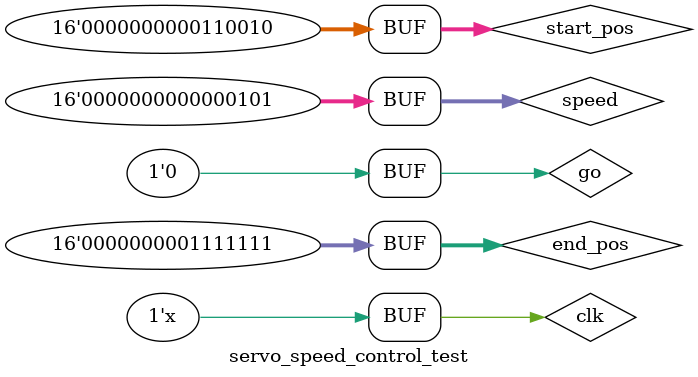
<source format=v>
`timescale 1ns / 1ps

module servo_speed_control_test;

reg clk;
reg go;

reg [15:0] start_pos;
reg [15:0] end_pos;
reg [15:0] speed;

servo_speed_control SSCTest(
    .start_pos(start_pos),
    .end_pos(end_pos),
    .speed(speed),
    .go(go),
    .clk(clk)
);

initial begin
    
    go = 0;
    clk = 0;
    start_pos = 50;
    end_pos = 127;
    speed = 5;
    
    #20 go = 1;
    #20 go = 0;

end

always #25 clk = ~clk;

endmodule

</source>
